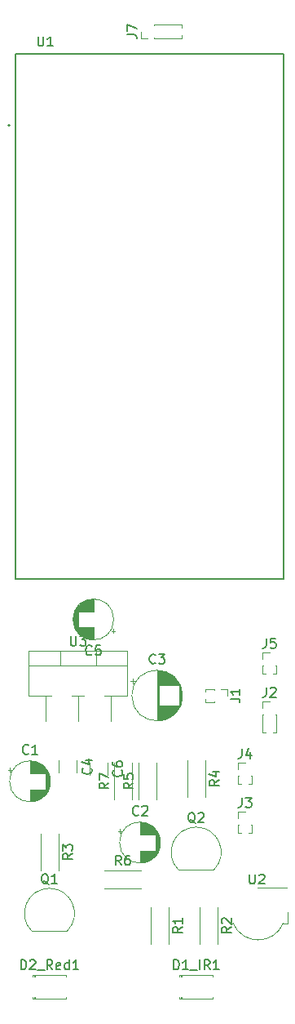
<source format=gbr>
%TF.GenerationSoftware,KiCad,Pcbnew,7.0.7-7.0.7~ubuntu22.04.1*%
%TF.CreationDate,2023-09-04T11:07:22+02:00*%
%TF.ProjectId,schaltung,73636861-6c74-4756-9e67-2e6b69636164,rev?*%
%TF.SameCoordinates,Original*%
%TF.FileFunction,Legend,Top*%
%TF.FilePolarity,Positive*%
%FSLAX46Y46*%
G04 Gerber Fmt 4.6, Leading zero omitted, Abs format (unit mm)*
G04 Created by KiCad (PCBNEW 7.0.7-7.0.7~ubuntu22.04.1) date 2023-09-04 11:07:22*
%MOMM*%
%LPD*%
G01*
G04 APERTURE LIST*
%ADD10C,0.150000*%
%ADD11C,0.120000*%
%ADD12C,0.127000*%
%ADD13C,0.200000*%
G04 APERTURE END LIST*
D10*
X211923333Y-108024819D02*
X211590000Y-107548628D01*
X211351905Y-108024819D02*
X211351905Y-107024819D01*
X211351905Y-107024819D02*
X211732857Y-107024819D01*
X211732857Y-107024819D02*
X211828095Y-107072438D01*
X211828095Y-107072438D02*
X211875714Y-107120057D01*
X211875714Y-107120057D02*
X211923333Y-107215295D01*
X211923333Y-107215295D02*
X211923333Y-107358152D01*
X211923333Y-107358152D02*
X211875714Y-107453390D01*
X211875714Y-107453390D02*
X211828095Y-107501009D01*
X211828095Y-107501009D02*
X211732857Y-107548628D01*
X211732857Y-107548628D02*
X211351905Y-107548628D01*
X212780476Y-107024819D02*
X212590000Y-107024819D01*
X212590000Y-107024819D02*
X212494762Y-107072438D01*
X212494762Y-107072438D02*
X212447143Y-107120057D01*
X212447143Y-107120057D02*
X212351905Y-107262914D01*
X212351905Y-107262914D02*
X212304286Y-107453390D01*
X212304286Y-107453390D02*
X212304286Y-107834342D01*
X212304286Y-107834342D02*
X212351905Y-107929580D01*
X212351905Y-107929580D02*
X212399524Y-107977200D01*
X212399524Y-107977200D02*
X212494762Y-108024819D01*
X212494762Y-108024819D02*
X212685238Y-108024819D01*
X212685238Y-108024819D02*
X212780476Y-107977200D01*
X212780476Y-107977200D02*
X212828095Y-107929580D01*
X212828095Y-107929580D02*
X212875714Y-107834342D01*
X212875714Y-107834342D02*
X212875714Y-107596247D01*
X212875714Y-107596247D02*
X212828095Y-107501009D01*
X212828095Y-107501009D02*
X212780476Y-107453390D01*
X212780476Y-107453390D02*
X212685238Y-107405771D01*
X212685238Y-107405771D02*
X212494762Y-107405771D01*
X212494762Y-107405771D02*
X212399524Y-107453390D01*
X212399524Y-107453390D02*
X212351905Y-107501009D01*
X212351905Y-107501009D02*
X212304286Y-107596247D01*
X210624819Y-99496666D02*
X210148628Y-99829999D01*
X210624819Y-100068094D02*
X209624819Y-100068094D01*
X209624819Y-100068094D02*
X209624819Y-99687142D01*
X209624819Y-99687142D02*
X209672438Y-99591904D01*
X209672438Y-99591904D02*
X209720057Y-99544285D01*
X209720057Y-99544285D02*
X209815295Y-99496666D01*
X209815295Y-99496666D02*
X209958152Y-99496666D01*
X209958152Y-99496666D02*
X210053390Y-99544285D01*
X210053390Y-99544285D02*
X210101009Y-99591904D01*
X210101009Y-99591904D02*
X210148628Y-99687142D01*
X210148628Y-99687142D02*
X210148628Y-100068094D01*
X209624819Y-99163332D02*
X209624819Y-98496666D01*
X209624819Y-98496666D02*
X210624819Y-98925237D01*
X224456666Y-95954819D02*
X224456666Y-96669104D01*
X224456666Y-96669104D02*
X224409047Y-96811961D01*
X224409047Y-96811961D02*
X224313809Y-96907200D01*
X224313809Y-96907200D02*
X224170952Y-96954819D01*
X224170952Y-96954819D02*
X224075714Y-96954819D01*
X225361428Y-96288152D02*
X225361428Y-96954819D01*
X225123333Y-95907200D02*
X224885238Y-96621485D01*
X224885238Y-96621485D02*
X225504285Y-96621485D01*
X201493809Y-118844819D02*
X201493809Y-117844819D01*
X201493809Y-117844819D02*
X201731904Y-117844819D01*
X201731904Y-117844819D02*
X201874761Y-117892438D01*
X201874761Y-117892438D02*
X201969999Y-117987676D01*
X201969999Y-117987676D02*
X202017618Y-118082914D01*
X202017618Y-118082914D02*
X202065237Y-118273390D01*
X202065237Y-118273390D02*
X202065237Y-118416247D01*
X202065237Y-118416247D02*
X202017618Y-118606723D01*
X202017618Y-118606723D02*
X201969999Y-118701961D01*
X201969999Y-118701961D02*
X201874761Y-118797200D01*
X201874761Y-118797200D02*
X201731904Y-118844819D01*
X201731904Y-118844819D02*
X201493809Y-118844819D01*
X202446190Y-117940057D02*
X202493809Y-117892438D01*
X202493809Y-117892438D02*
X202589047Y-117844819D01*
X202589047Y-117844819D02*
X202827142Y-117844819D01*
X202827142Y-117844819D02*
X202922380Y-117892438D01*
X202922380Y-117892438D02*
X202969999Y-117940057D01*
X202969999Y-117940057D02*
X203017618Y-118035295D01*
X203017618Y-118035295D02*
X203017618Y-118130533D01*
X203017618Y-118130533D02*
X202969999Y-118273390D01*
X202969999Y-118273390D02*
X202398571Y-118844819D01*
X202398571Y-118844819D02*
X203017618Y-118844819D01*
X203208095Y-118940057D02*
X203969999Y-118940057D01*
X204779523Y-118844819D02*
X204446190Y-118368628D01*
X204208095Y-118844819D02*
X204208095Y-117844819D01*
X204208095Y-117844819D02*
X204589047Y-117844819D01*
X204589047Y-117844819D02*
X204684285Y-117892438D01*
X204684285Y-117892438D02*
X204731904Y-117940057D01*
X204731904Y-117940057D02*
X204779523Y-118035295D01*
X204779523Y-118035295D02*
X204779523Y-118178152D01*
X204779523Y-118178152D02*
X204731904Y-118273390D01*
X204731904Y-118273390D02*
X204684285Y-118321009D01*
X204684285Y-118321009D02*
X204589047Y-118368628D01*
X204589047Y-118368628D02*
X204208095Y-118368628D01*
X205589047Y-118797200D02*
X205493809Y-118844819D01*
X205493809Y-118844819D02*
X205303333Y-118844819D01*
X205303333Y-118844819D02*
X205208095Y-118797200D01*
X205208095Y-118797200D02*
X205160476Y-118701961D01*
X205160476Y-118701961D02*
X205160476Y-118321009D01*
X205160476Y-118321009D02*
X205208095Y-118225771D01*
X205208095Y-118225771D02*
X205303333Y-118178152D01*
X205303333Y-118178152D02*
X205493809Y-118178152D01*
X205493809Y-118178152D02*
X205589047Y-118225771D01*
X205589047Y-118225771D02*
X205636666Y-118321009D01*
X205636666Y-118321009D02*
X205636666Y-118416247D01*
X205636666Y-118416247D02*
X205160476Y-118511485D01*
X206493809Y-118844819D02*
X206493809Y-117844819D01*
X206493809Y-118797200D02*
X206398571Y-118844819D01*
X206398571Y-118844819D02*
X206208095Y-118844819D01*
X206208095Y-118844819D02*
X206112857Y-118797200D01*
X206112857Y-118797200D02*
X206065238Y-118749580D01*
X206065238Y-118749580D02*
X206017619Y-118654342D01*
X206017619Y-118654342D02*
X206017619Y-118368628D01*
X206017619Y-118368628D02*
X206065238Y-118273390D01*
X206065238Y-118273390D02*
X206112857Y-118225771D01*
X206112857Y-118225771D02*
X206208095Y-118178152D01*
X206208095Y-118178152D02*
X206398571Y-118178152D01*
X206398571Y-118178152D02*
X206493809Y-118225771D01*
X207493809Y-118844819D02*
X206922381Y-118844819D01*
X207208095Y-118844819D02*
X207208095Y-117844819D01*
X207208095Y-117844819D02*
X207112857Y-117987676D01*
X207112857Y-117987676D02*
X207017619Y-118082914D01*
X207017619Y-118082914D02*
X206922381Y-118130533D01*
X202283333Y-96439580D02*
X202235714Y-96487200D01*
X202235714Y-96487200D02*
X202092857Y-96534819D01*
X202092857Y-96534819D02*
X201997619Y-96534819D01*
X201997619Y-96534819D02*
X201854762Y-96487200D01*
X201854762Y-96487200D02*
X201759524Y-96391961D01*
X201759524Y-96391961D02*
X201711905Y-96296723D01*
X201711905Y-96296723D02*
X201664286Y-96106247D01*
X201664286Y-96106247D02*
X201664286Y-95963390D01*
X201664286Y-95963390D02*
X201711905Y-95772914D01*
X201711905Y-95772914D02*
X201759524Y-95677676D01*
X201759524Y-95677676D02*
X201854762Y-95582438D01*
X201854762Y-95582438D02*
X201997619Y-95534819D01*
X201997619Y-95534819D02*
X202092857Y-95534819D01*
X202092857Y-95534819D02*
X202235714Y-95582438D01*
X202235714Y-95582438D02*
X202283333Y-95630057D01*
X203235714Y-96534819D02*
X202664286Y-96534819D01*
X202950000Y-96534819D02*
X202950000Y-95534819D01*
X202950000Y-95534819D02*
X202854762Y-95677676D01*
X202854762Y-95677676D02*
X202759524Y-95772914D01*
X202759524Y-95772914D02*
X202664286Y-95820533D01*
X225258095Y-108964819D02*
X225258095Y-109774342D01*
X225258095Y-109774342D02*
X225305714Y-109869580D01*
X225305714Y-109869580D02*
X225353333Y-109917200D01*
X225353333Y-109917200D02*
X225448571Y-109964819D01*
X225448571Y-109964819D02*
X225639047Y-109964819D01*
X225639047Y-109964819D02*
X225734285Y-109917200D01*
X225734285Y-109917200D02*
X225781904Y-109869580D01*
X225781904Y-109869580D02*
X225829523Y-109774342D01*
X225829523Y-109774342D02*
X225829523Y-108964819D01*
X226258095Y-109060057D02*
X226305714Y-109012438D01*
X226305714Y-109012438D02*
X226400952Y-108964819D01*
X226400952Y-108964819D02*
X226639047Y-108964819D01*
X226639047Y-108964819D02*
X226734285Y-109012438D01*
X226734285Y-109012438D02*
X226781904Y-109060057D01*
X226781904Y-109060057D02*
X226829523Y-109155295D01*
X226829523Y-109155295D02*
X226829523Y-109250533D01*
X226829523Y-109250533D02*
X226781904Y-109393390D01*
X226781904Y-109393390D02*
X226210476Y-109964819D01*
X226210476Y-109964819D02*
X226829523Y-109964819D01*
X226996666Y-89604819D02*
X226996666Y-90319104D01*
X226996666Y-90319104D02*
X226949047Y-90461961D01*
X226949047Y-90461961D02*
X226853809Y-90557200D01*
X226853809Y-90557200D02*
X226710952Y-90604819D01*
X226710952Y-90604819D02*
X226615714Y-90604819D01*
X227425238Y-89700057D02*
X227472857Y-89652438D01*
X227472857Y-89652438D02*
X227568095Y-89604819D01*
X227568095Y-89604819D02*
X227806190Y-89604819D01*
X227806190Y-89604819D02*
X227901428Y-89652438D01*
X227901428Y-89652438D02*
X227949047Y-89700057D01*
X227949047Y-89700057D02*
X227996666Y-89795295D01*
X227996666Y-89795295D02*
X227996666Y-89890533D01*
X227996666Y-89890533D02*
X227949047Y-90033390D01*
X227949047Y-90033390D02*
X227377619Y-90604819D01*
X227377619Y-90604819D02*
X227996666Y-90604819D01*
X217376667Y-118844819D02*
X217376667Y-117844819D01*
X217376667Y-117844819D02*
X217614762Y-117844819D01*
X217614762Y-117844819D02*
X217757619Y-117892438D01*
X217757619Y-117892438D02*
X217852857Y-117987676D01*
X217852857Y-117987676D02*
X217900476Y-118082914D01*
X217900476Y-118082914D02*
X217948095Y-118273390D01*
X217948095Y-118273390D02*
X217948095Y-118416247D01*
X217948095Y-118416247D02*
X217900476Y-118606723D01*
X217900476Y-118606723D02*
X217852857Y-118701961D01*
X217852857Y-118701961D02*
X217757619Y-118797200D01*
X217757619Y-118797200D02*
X217614762Y-118844819D01*
X217614762Y-118844819D02*
X217376667Y-118844819D01*
X218900476Y-118844819D02*
X218329048Y-118844819D01*
X218614762Y-118844819D02*
X218614762Y-117844819D01*
X218614762Y-117844819D02*
X218519524Y-117987676D01*
X218519524Y-117987676D02*
X218424286Y-118082914D01*
X218424286Y-118082914D02*
X218329048Y-118130533D01*
X219090953Y-118940057D02*
X219852857Y-118940057D01*
X220090953Y-118844819D02*
X220090953Y-117844819D01*
X221138571Y-118844819D02*
X220805238Y-118368628D01*
X220567143Y-118844819D02*
X220567143Y-117844819D01*
X220567143Y-117844819D02*
X220948095Y-117844819D01*
X220948095Y-117844819D02*
X221043333Y-117892438D01*
X221043333Y-117892438D02*
X221090952Y-117940057D01*
X221090952Y-117940057D02*
X221138571Y-118035295D01*
X221138571Y-118035295D02*
X221138571Y-118178152D01*
X221138571Y-118178152D02*
X221090952Y-118273390D01*
X221090952Y-118273390D02*
X221043333Y-118321009D01*
X221043333Y-118321009D02*
X220948095Y-118368628D01*
X220948095Y-118368628D02*
X220567143Y-118368628D01*
X222090952Y-118844819D02*
X221519524Y-118844819D01*
X221805238Y-118844819D02*
X221805238Y-117844819D01*
X221805238Y-117844819D02*
X221710000Y-117987676D01*
X221710000Y-117987676D02*
X221614762Y-118082914D01*
X221614762Y-118082914D02*
X221519524Y-118130533D01*
X223264819Y-90773333D02*
X223979104Y-90773333D01*
X223979104Y-90773333D02*
X224121961Y-90820952D01*
X224121961Y-90820952D02*
X224217200Y-90916190D01*
X224217200Y-90916190D02*
X224264819Y-91059047D01*
X224264819Y-91059047D02*
X224264819Y-91154285D01*
X224264819Y-89773333D02*
X224264819Y-90344761D01*
X224264819Y-90059047D02*
X223264819Y-90059047D01*
X223264819Y-90059047D02*
X223407676Y-90154285D01*
X223407676Y-90154285D02*
X223502914Y-90249523D01*
X223502914Y-90249523D02*
X223550533Y-90344761D01*
X215483333Y-87049580D02*
X215435714Y-87097200D01*
X215435714Y-87097200D02*
X215292857Y-87144819D01*
X215292857Y-87144819D02*
X215197619Y-87144819D01*
X215197619Y-87144819D02*
X215054762Y-87097200D01*
X215054762Y-87097200D02*
X214959524Y-87001961D01*
X214959524Y-87001961D02*
X214911905Y-86906723D01*
X214911905Y-86906723D02*
X214864286Y-86716247D01*
X214864286Y-86716247D02*
X214864286Y-86573390D01*
X214864286Y-86573390D02*
X214911905Y-86382914D01*
X214911905Y-86382914D02*
X214959524Y-86287676D01*
X214959524Y-86287676D02*
X215054762Y-86192438D01*
X215054762Y-86192438D02*
X215197619Y-86144819D01*
X215197619Y-86144819D02*
X215292857Y-86144819D01*
X215292857Y-86144819D02*
X215435714Y-86192438D01*
X215435714Y-86192438D02*
X215483333Y-86240057D01*
X215816667Y-86144819D02*
X216435714Y-86144819D01*
X216435714Y-86144819D02*
X216102381Y-86525771D01*
X216102381Y-86525771D02*
X216245238Y-86525771D01*
X216245238Y-86525771D02*
X216340476Y-86573390D01*
X216340476Y-86573390D02*
X216388095Y-86621009D01*
X216388095Y-86621009D02*
X216435714Y-86716247D01*
X216435714Y-86716247D02*
X216435714Y-86954342D01*
X216435714Y-86954342D02*
X216388095Y-87049580D01*
X216388095Y-87049580D02*
X216340476Y-87097200D01*
X216340476Y-87097200D02*
X216245238Y-87144819D01*
X216245238Y-87144819D02*
X215959524Y-87144819D01*
X215959524Y-87144819D02*
X215864286Y-87097200D01*
X215864286Y-87097200D02*
X215816667Y-87049580D01*
X213713333Y-102789580D02*
X213665714Y-102837200D01*
X213665714Y-102837200D02*
X213522857Y-102884819D01*
X213522857Y-102884819D02*
X213427619Y-102884819D01*
X213427619Y-102884819D02*
X213284762Y-102837200D01*
X213284762Y-102837200D02*
X213189524Y-102741961D01*
X213189524Y-102741961D02*
X213141905Y-102646723D01*
X213141905Y-102646723D02*
X213094286Y-102456247D01*
X213094286Y-102456247D02*
X213094286Y-102313390D01*
X213094286Y-102313390D02*
X213141905Y-102122914D01*
X213141905Y-102122914D02*
X213189524Y-102027676D01*
X213189524Y-102027676D02*
X213284762Y-101932438D01*
X213284762Y-101932438D02*
X213427619Y-101884819D01*
X213427619Y-101884819D02*
X213522857Y-101884819D01*
X213522857Y-101884819D02*
X213665714Y-101932438D01*
X213665714Y-101932438D02*
X213713333Y-101980057D01*
X214094286Y-101980057D02*
X214141905Y-101932438D01*
X214141905Y-101932438D02*
X214237143Y-101884819D01*
X214237143Y-101884819D02*
X214475238Y-101884819D01*
X214475238Y-101884819D02*
X214570476Y-101932438D01*
X214570476Y-101932438D02*
X214618095Y-101980057D01*
X214618095Y-101980057D02*
X214665714Y-102075295D01*
X214665714Y-102075295D02*
X214665714Y-102170533D01*
X214665714Y-102170533D02*
X214618095Y-102313390D01*
X214618095Y-102313390D02*
X214046667Y-102884819D01*
X214046667Y-102884819D02*
X214665714Y-102884819D01*
X208863333Y-86159580D02*
X208815714Y-86207200D01*
X208815714Y-86207200D02*
X208672857Y-86254819D01*
X208672857Y-86254819D02*
X208577619Y-86254819D01*
X208577619Y-86254819D02*
X208434762Y-86207200D01*
X208434762Y-86207200D02*
X208339524Y-86111961D01*
X208339524Y-86111961D02*
X208291905Y-86016723D01*
X208291905Y-86016723D02*
X208244286Y-85826247D01*
X208244286Y-85826247D02*
X208244286Y-85683390D01*
X208244286Y-85683390D02*
X208291905Y-85492914D01*
X208291905Y-85492914D02*
X208339524Y-85397676D01*
X208339524Y-85397676D02*
X208434762Y-85302438D01*
X208434762Y-85302438D02*
X208577619Y-85254819D01*
X208577619Y-85254819D02*
X208672857Y-85254819D01*
X208672857Y-85254819D02*
X208815714Y-85302438D01*
X208815714Y-85302438D02*
X208863333Y-85350057D01*
X209768095Y-85254819D02*
X209291905Y-85254819D01*
X209291905Y-85254819D02*
X209244286Y-85731009D01*
X209244286Y-85731009D02*
X209291905Y-85683390D01*
X209291905Y-85683390D02*
X209387143Y-85635771D01*
X209387143Y-85635771D02*
X209625238Y-85635771D01*
X209625238Y-85635771D02*
X209720476Y-85683390D01*
X209720476Y-85683390D02*
X209768095Y-85731009D01*
X209768095Y-85731009D02*
X209815714Y-85826247D01*
X209815714Y-85826247D02*
X209815714Y-86064342D01*
X209815714Y-86064342D02*
X209768095Y-86159580D01*
X209768095Y-86159580D02*
X209720476Y-86207200D01*
X209720476Y-86207200D02*
X209625238Y-86254819D01*
X209625238Y-86254819D02*
X209387143Y-86254819D01*
X209387143Y-86254819D02*
X209291905Y-86207200D01*
X209291905Y-86207200D02*
X209244286Y-86159580D01*
X224456666Y-101034819D02*
X224456666Y-101749104D01*
X224456666Y-101749104D02*
X224409047Y-101891961D01*
X224409047Y-101891961D02*
X224313809Y-101987200D01*
X224313809Y-101987200D02*
X224170952Y-102034819D01*
X224170952Y-102034819D02*
X224075714Y-102034819D01*
X224837619Y-101034819D02*
X225456666Y-101034819D01*
X225456666Y-101034819D02*
X225123333Y-101415771D01*
X225123333Y-101415771D02*
X225266190Y-101415771D01*
X225266190Y-101415771D02*
X225361428Y-101463390D01*
X225361428Y-101463390D02*
X225409047Y-101511009D01*
X225409047Y-101511009D02*
X225456666Y-101606247D01*
X225456666Y-101606247D02*
X225456666Y-101844342D01*
X225456666Y-101844342D02*
X225409047Y-101939580D01*
X225409047Y-101939580D02*
X225361428Y-101987200D01*
X225361428Y-101987200D02*
X225266190Y-102034819D01*
X225266190Y-102034819D02*
X224980476Y-102034819D01*
X224980476Y-102034819D02*
X224885238Y-101987200D01*
X224885238Y-101987200D02*
X224837619Y-101939580D01*
X206844819Y-106846666D02*
X206368628Y-107179999D01*
X206844819Y-107418094D02*
X205844819Y-107418094D01*
X205844819Y-107418094D02*
X205844819Y-107037142D01*
X205844819Y-107037142D02*
X205892438Y-106941904D01*
X205892438Y-106941904D02*
X205940057Y-106894285D01*
X205940057Y-106894285D02*
X206035295Y-106846666D01*
X206035295Y-106846666D02*
X206178152Y-106846666D01*
X206178152Y-106846666D02*
X206273390Y-106894285D01*
X206273390Y-106894285D02*
X206321009Y-106941904D01*
X206321009Y-106941904D02*
X206368628Y-107037142D01*
X206368628Y-107037142D02*
X206368628Y-107418094D01*
X205844819Y-106513332D02*
X205844819Y-105894285D01*
X205844819Y-105894285D02*
X206225771Y-106227618D01*
X206225771Y-106227618D02*
X206225771Y-106084761D01*
X206225771Y-106084761D02*
X206273390Y-105989523D01*
X206273390Y-105989523D02*
X206321009Y-105941904D01*
X206321009Y-105941904D02*
X206416247Y-105894285D01*
X206416247Y-105894285D02*
X206654342Y-105894285D01*
X206654342Y-105894285D02*
X206749580Y-105941904D01*
X206749580Y-105941904D02*
X206797200Y-105989523D01*
X206797200Y-105989523D02*
X206844819Y-106084761D01*
X206844819Y-106084761D02*
X206844819Y-106370475D01*
X206844819Y-106370475D02*
X206797200Y-106465713D01*
X206797200Y-106465713D02*
X206749580Y-106513332D01*
X213164819Y-99496666D02*
X212688628Y-99829999D01*
X213164819Y-100068094D02*
X212164819Y-100068094D01*
X212164819Y-100068094D02*
X212164819Y-99687142D01*
X212164819Y-99687142D02*
X212212438Y-99591904D01*
X212212438Y-99591904D02*
X212260057Y-99544285D01*
X212260057Y-99544285D02*
X212355295Y-99496666D01*
X212355295Y-99496666D02*
X212498152Y-99496666D01*
X212498152Y-99496666D02*
X212593390Y-99544285D01*
X212593390Y-99544285D02*
X212641009Y-99591904D01*
X212641009Y-99591904D02*
X212688628Y-99687142D01*
X212688628Y-99687142D02*
X212688628Y-100068094D01*
X212164819Y-98591904D02*
X212164819Y-99068094D01*
X212164819Y-99068094D02*
X212641009Y-99115713D01*
X212641009Y-99115713D02*
X212593390Y-99068094D01*
X212593390Y-99068094D02*
X212545771Y-98972856D01*
X212545771Y-98972856D02*
X212545771Y-98734761D01*
X212545771Y-98734761D02*
X212593390Y-98639523D01*
X212593390Y-98639523D02*
X212641009Y-98591904D01*
X212641009Y-98591904D02*
X212736247Y-98544285D01*
X212736247Y-98544285D02*
X212974342Y-98544285D01*
X212974342Y-98544285D02*
X213069580Y-98591904D01*
X213069580Y-98591904D02*
X213117200Y-98639523D01*
X213117200Y-98639523D02*
X213164819Y-98734761D01*
X213164819Y-98734761D02*
X213164819Y-98972856D01*
X213164819Y-98972856D02*
X213117200Y-99068094D01*
X213117200Y-99068094D02*
X213069580Y-99115713D01*
X204374761Y-110020057D02*
X204279523Y-109972438D01*
X204279523Y-109972438D02*
X204184285Y-109877200D01*
X204184285Y-109877200D02*
X204041428Y-109734342D01*
X204041428Y-109734342D02*
X203946190Y-109686723D01*
X203946190Y-109686723D02*
X203850952Y-109686723D01*
X203898571Y-109924819D02*
X203803333Y-109877200D01*
X203803333Y-109877200D02*
X203708095Y-109781961D01*
X203708095Y-109781961D02*
X203660476Y-109591485D01*
X203660476Y-109591485D02*
X203660476Y-109258152D01*
X203660476Y-109258152D02*
X203708095Y-109067676D01*
X203708095Y-109067676D02*
X203803333Y-108972438D01*
X203803333Y-108972438D02*
X203898571Y-108924819D01*
X203898571Y-108924819D02*
X204089047Y-108924819D01*
X204089047Y-108924819D02*
X204184285Y-108972438D01*
X204184285Y-108972438D02*
X204279523Y-109067676D01*
X204279523Y-109067676D02*
X204327142Y-109258152D01*
X204327142Y-109258152D02*
X204327142Y-109591485D01*
X204327142Y-109591485D02*
X204279523Y-109781961D01*
X204279523Y-109781961D02*
X204184285Y-109877200D01*
X204184285Y-109877200D02*
X204089047Y-109924819D01*
X204089047Y-109924819D02*
X203898571Y-109924819D01*
X205279523Y-109924819D02*
X204708095Y-109924819D01*
X204993809Y-109924819D02*
X204993809Y-108924819D01*
X204993809Y-108924819D02*
X204898571Y-109067676D01*
X204898571Y-109067676D02*
X204803333Y-109162914D01*
X204803333Y-109162914D02*
X204708095Y-109210533D01*
X218274819Y-114466666D02*
X217798628Y-114799999D01*
X218274819Y-115038094D02*
X217274819Y-115038094D01*
X217274819Y-115038094D02*
X217274819Y-114657142D01*
X217274819Y-114657142D02*
X217322438Y-114561904D01*
X217322438Y-114561904D02*
X217370057Y-114514285D01*
X217370057Y-114514285D02*
X217465295Y-114466666D01*
X217465295Y-114466666D02*
X217608152Y-114466666D01*
X217608152Y-114466666D02*
X217703390Y-114514285D01*
X217703390Y-114514285D02*
X217751009Y-114561904D01*
X217751009Y-114561904D02*
X217798628Y-114657142D01*
X217798628Y-114657142D02*
X217798628Y-115038094D01*
X218274819Y-113514285D02*
X218274819Y-114085713D01*
X218274819Y-113799999D02*
X217274819Y-113799999D01*
X217274819Y-113799999D02*
X217417676Y-113895237D01*
X217417676Y-113895237D02*
X217512914Y-113990475D01*
X217512914Y-113990475D02*
X217560533Y-114085713D01*
X211959580Y-98206666D02*
X212007200Y-98254285D01*
X212007200Y-98254285D02*
X212054819Y-98397142D01*
X212054819Y-98397142D02*
X212054819Y-98492380D01*
X212054819Y-98492380D02*
X212007200Y-98635237D01*
X212007200Y-98635237D02*
X211911961Y-98730475D01*
X211911961Y-98730475D02*
X211816723Y-98778094D01*
X211816723Y-98778094D02*
X211626247Y-98825713D01*
X211626247Y-98825713D02*
X211483390Y-98825713D01*
X211483390Y-98825713D02*
X211292914Y-98778094D01*
X211292914Y-98778094D02*
X211197676Y-98730475D01*
X211197676Y-98730475D02*
X211102438Y-98635237D01*
X211102438Y-98635237D02*
X211054819Y-98492380D01*
X211054819Y-98492380D02*
X211054819Y-98397142D01*
X211054819Y-98397142D02*
X211102438Y-98254285D01*
X211102438Y-98254285D02*
X211150057Y-98206666D01*
X211054819Y-97349523D02*
X211054819Y-97539999D01*
X211054819Y-97539999D02*
X211102438Y-97635237D01*
X211102438Y-97635237D02*
X211150057Y-97682856D01*
X211150057Y-97682856D02*
X211292914Y-97778094D01*
X211292914Y-97778094D02*
X211483390Y-97825713D01*
X211483390Y-97825713D02*
X211864342Y-97825713D01*
X211864342Y-97825713D02*
X211959580Y-97778094D01*
X211959580Y-97778094D02*
X212007200Y-97730475D01*
X212007200Y-97730475D02*
X212054819Y-97635237D01*
X212054819Y-97635237D02*
X212054819Y-97444761D01*
X212054819Y-97444761D02*
X212007200Y-97349523D01*
X212007200Y-97349523D02*
X211959580Y-97301904D01*
X211959580Y-97301904D02*
X211864342Y-97254285D01*
X211864342Y-97254285D02*
X211626247Y-97254285D01*
X211626247Y-97254285D02*
X211531009Y-97301904D01*
X211531009Y-97301904D02*
X211483390Y-97349523D01*
X211483390Y-97349523D02*
X211435771Y-97444761D01*
X211435771Y-97444761D02*
X211435771Y-97635237D01*
X211435771Y-97635237D02*
X211483390Y-97730475D01*
X211483390Y-97730475D02*
X211531009Y-97778094D01*
X211531009Y-97778094D02*
X211626247Y-97825713D01*
X212524819Y-21923333D02*
X213239104Y-21923333D01*
X213239104Y-21923333D02*
X213381961Y-21970952D01*
X213381961Y-21970952D02*
X213477200Y-22066190D01*
X213477200Y-22066190D02*
X213524819Y-22209047D01*
X213524819Y-22209047D02*
X213524819Y-22304285D01*
X212524819Y-21542380D02*
X212524819Y-20875714D01*
X212524819Y-20875714D02*
X213524819Y-21304285D01*
X219614761Y-103670057D02*
X219519523Y-103622438D01*
X219519523Y-103622438D02*
X219424285Y-103527200D01*
X219424285Y-103527200D02*
X219281428Y-103384342D01*
X219281428Y-103384342D02*
X219186190Y-103336723D01*
X219186190Y-103336723D02*
X219090952Y-103336723D01*
X219138571Y-103574819D02*
X219043333Y-103527200D01*
X219043333Y-103527200D02*
X218948095Y-103431961D01*
X218948095Y-103431961D02*
X218900476Y-103241485D01*
X218900476Y-103241485D02*
X218900476Y-102908152D01*
X218900476Y-102908152D02*
X218948095Y-102717676D01*
X218948095Y-102717676D02*
X219043333Y-102622438D01*
X219043333Y-102622438D02*
X219138571Y-102574819D01*
X219138571Y-102574819D02*
X219329047Y-102574819D01*
X219329047Y-102574819D02*
X219424285Y-102622438D01*
X219424285Y-102622438D02*
X219519523Y-102717676D01*
X219519523Y-102717676D02*
X219567142Y-102908152D01*
X219567142Y-102908152D02*
X219567142Y-103241485D01*
X219567142Y-103241485D02*
X219519523Y-103431961D01*
X219519523Y-103431961D02*
X219424285Y-103527200D01*
X219424285Y-103527200D02*
X219329047Y-103574819D01*
X219329047Y-103574819D02*
X219138571Y-103574819D01*
X219948095Y-102670057D02*
X219995714Y-102622438D01*
X219995714Y-102622438D02*
X220090952Y-102574819D01*
X220090952Y-102574819D02*
X220329047Y-102574819D01*
X220329047Y-102574819D02*
X220424285Y-102622438D01*
X220424285Y-102622438D02*
X220471904Y-102670057D01*
X220471904Y-102670057D02*
X220519523Y-102765295D01*
X220519523Y-102765295D02*
X220519523Y-102860533D01*
X220519523Y-102860533D02*
X220471904Y-103003390D01*
X220471904Y-103003390D02*
X219900476Y-103574819D01*
X219900476Y-103574819D02*
X220519523Y-103574819D01*
X208784580Y-97976666D02*
X208832200Y-98024285D01*
X208832200Y-98024285D02*
X208879819Y-98167142D01*
X208879819Y-98167142D02*
X208879819Y-98262380D01*
X208879819Y-98262380D02*
X208832200Y-98405237D01*
X208832200Y-98405237D02*
X208736961Y-98500475D01*
X208736961Y-98500475D02*
X208641723Y-98548094D01*
X208641723Y-98548094D02*
X208451247Y-98595713D01*
X208451247Y-98595713D02*
X208308390Y-98595713D01*
X208308390Y-98595713D02*
X208117914Y-98548094D01*
X208117914Y-98548094D02*
X208022676Y-98500475D01*
X208022676Y-98500475D02*
X207927438Y-98405237D01*
X207927438Y-98405237D02*
X207879819Y-98262380D01*
X207879819Y-98262380D02*
X207879819Y-98167142D01*
X207879819Y-98167142D02*
X207927438Y-98024285D01*
X207927438Y-98024285D02*
X207975057Y-97976666D01*
X208213152Y-97119523D02*
X208879819Y-97119523D01*
X207832200Y-97357618D02*
X208546485Y-97595713D01*
X208546485Y-97595713D02*
X208546485Y-96976666D01*
X226996666Y-84524819D02*
X226996666Y-85239104D01*
X226996666Y-85239104D02*
X226949047Y-85381961D01*
X226949047Y-85381961D02*
X226853809Y-85477200D01*
X226853809Y-85477200D02*
X226710952Y-85524819D01*
X226710952Y-85524819D02*
X226615714Y-85524819D01*
X227949047Y-84524819D02*
X227472857Y-84524819D01*
X227472857Y-84524819D02*
X227425238Y-85001009D01*
X227425238Y-85001009D02*
X227472857Y-84953390D01*
X227472857Y-84953390D02*
X227568095Y-84905771D01*
X227568095Y-84905771D02*
X227806190Y-84905771D01*
X227806190Y-84905771D02*
X227901428Y-84953390D01*
X227901428Y-84953390D02*
X227949047Y-85001009D01*
X227949047Y-85001009D02*
X227996666Y-85096247D01*
X227996666Y-85096247D02*
X227996666Y-85334342D01*
X227996666Y-85334342D02*
X227949047Y-85429580D01*
X227949047Y-85429580D02*
X227901428Y-85477200D01*
X227901428Y-85477200D02*
X227806190Y-85524819D01*
X227806190Y-85524819D02*
X227568095Y-85524819D01*
X227568095Y-85524819D02*
X227472857Y-85477200D01*
X227472857Y-85477200D02*
X227425238Y-85429580D01*
X222084819Y-99226666D02*
X221608628Y-99559999D01*
X222084819Y-99798094D02*
X221084819Y-99798094D01*
X221084819Y-99798094D02*
X221084819Y-99417142D01*
X221084819Y-99417142D02*
X221132438Y-99321904D01*
X221132438Y-99321904D02*
X221180057Y-99274285D01*
X221180057Y-99274285D02*
X221275295Y-99226666D01*
X221275295Y-99226666D02*
X221418152Y-99226666D01*
X221418152Y-99226666D02*
X221513390Y-99274285D01*
X221513390Y-99274285D02*
X221561009Y-99321904D01*
X221561009Y-99321904D02*
X221608628Y-99417142D01*
X221608628Y-99417142D02*
X221608628Y-99798094D01*
X221418152Y-98369523D02*
X222084819Y-98369523D01*
X221037200Y-98607618D02*
X221751485Y-98845713D01*
X221751485Y-98845713D02*
X221751485Y-98226666D01*
X223354819Y-114466666D02*
X222878628Y-114799999D01*
X223354819Y-115038094D02*
X222354819Y-115038094D01*
X222354819Y-115038094D02*
X222354819Y-114657142D01*
X222354819Y-114657142D02*
X222402438Y-114561904D01*
X222402438Y-114561904D02*
X222450057Y-114514285D01*
X222450057Y-114514285D02*
X222545295Y-114466666D01*
X222545295Y-114466666D02*
X222688152Y-114466666D01*
X222688152Y-114466666D02*
X222783390Y-114514285D01*
X222783390Y-114514285D02*
X222831009Y-114561904D01*
X222831009Y-114561904D02*
X222878628Y-114657142D01*
X222878628Y-114657142D02*
X222878628Y-115038094D01*
X222450057Y-114085713D02*
X222402438Y-114038094D01*
X222402438Y-114038094D02*
X222354819Y-113942856D01*
X222354819Y-113942856D02*
X222354819Y-113704761D01*
X222354819Y-113704761D02*
X222402438Y-113609523D01*
X222402438Y-113609523D02*
X222450057Y-113561904D01*
X222450057Y-113561904D02*
X222545295Y-113514285D01*
X222545295Y-113514285D02*
X222640533Y-113514285D01*
X222640533Y-113514285D02*
X222783390Y-113561904D01*
X222783390Y-113561904D02*
X223354819Y-114133332D01*
X223354819Y-114133332D02*
X223354819Y-113514285D01*
X206678095Y-84274819D02*
X206678095Y-85084342D01*
X206678095Y-85084342D02*
X206725714Y-85179580D01*
X206725714Y-85179580D02*
X206773333Y-85227200D01*
X206773333Y-85227200D02*
X206868571Y-85274819D01*
X206868571Y-85274819D02*
X207059047Y-85274819D01*
X207059047Y-85274819D02*
X207154285Y-85227200D01*
X207154285Y-85227200D02*
X207201904Y-85179580D01*
X207201904Y-85179580D02*
X207249523Y-85084342D01*
X207249523Y-85084342D02*
X207249523Y-84274819D01*
X207630476Y-84274819D02*
X208249523Y-84274819D01*
X208249523Y-84274819D02*
X207916190Y-84655771D01*
X207916190Y-84655771D02*
X208059047Y-84655771D01*
X208059047Y-84655771D02*
X208154285Y-84703390D01*
X208154285Y-84703390D02*
X208201904Y-84751009D01*
X208201904Y-84751009D02*
X208249523Y-84846247D01*
X208249523Y-84846247D02*
X208249523Y-85084342D01*
X208249523Y-85084342D02*
X208201904Y-85179580D01*
X208201904Y-85179580D02*
X208154285Y-85227200D01*
X208154285Y-85227200D02*
X208059047Y-85274819D01*
X208059047Y-85274819D02*
X207773333Y-85274819D01*
X207773333Y-85274819D02*
X207678095Y-85227200D01*
X207678095Y-85227200D02*
X207630476Y-85179580D01*
X203273626Y-22098567D02*
X203273626Y-22908403D01*
X203273626Y-22908403D02*
X203321263Y-23003678D01*
X203321263Y-23003678D02*
X203368901Y-23051316D01*
X203368901Y-23051316D02*
X203464175Y-23098953D01*
X203464175Y-23098953D02*
X203654725Y-23098953D01*
X203654725Y-23098953D02*
X203750000Y-23051316D01*
X203750000Y-23051316D02*
X203797637Y-23003678D01*
X203797637Y-23003678D02*
X203845275Y-22908403D01*
X203845275Y-22908403D02*
X203845275Y-22098567D01*
X204845660Y-23098953D02*
X204274011Y-23098953D01*
X204559836Y-23098953D02*
X204559836Y-22098567D01*
X204559836Y-22098567D02*
X204464561Y-22241479D01*
X204464561Y-22241479D02*
X204369286Y-22336754D01*
X204369286Y-22336754D02*
X204274011Y-22384392D01*
D11*
%TO.C,R6*%
X210170000Y-108570000D02*
X214010000Y-108570000D01*
X210170000Y-110410000D02*
X214010000Y-110410000D01*
%TO.C,R7*%
X211170000Y-101250000D02*
X211170000Y-97410000D01*
X213010000Y-101250000D02*
X213010000Y-97410000D01*
%TO.C,J4*%
X224095000Y-97375000D02*
X224790000Y-97375000D01*
X224095000Y-98060000D02*
X224095000Y-97375000D01*
X224095000Y-98745000D02*
X224095000Y-99620000D01*
X224095000Y-98745000D02*
X224181724Y-98745000D01*
X224095000Y-99620000D02*
X224395507Y-99620000D01*
X225184493Y-99620000D02*
X225485000Y-99620000D01*
X225398276Y-98745000D02*
X225485000Y-98745000D01*
X225485000Y-98745000D02*
X225485000Y-99620000D01*
%TO.C,D2_Red1*%
X202760000Y-119390000D02*
X202760000Y-119570000D01*
X202760000Y-119390000D02*
X206180000Y-119390000D01*
X202760000Y-121730000D02*
X202760000Y-121910000D01*
X202760000Y-121910000D02*
X206180000Y-121910000D01*
X202880000Y-119390000D02*
X202880000Y-119570000D01*
X202880000Y-121730000D02*
X202880000Y-121910000D01*
X203000000Y-119390000D02*
X203000000Y-119570000D01*
X203000000Y-121730000D02*
X203000000Y-121910000D01*
X206180000Y-119390000D02*
X206180000Y-119555000D01*
X206180000Y-121745000D02*
X206180000Y-121910000D01*
%TO.C,C1*%
X200180199Y-98135000D02*
X200580199Y-98135000D01*
X200380199Y-97935000D02*
X200380199Y-98335000D01*
X202450000Y-97250000D02*
X202450000Y-98490000D01*
X202450000Y-100170000D02*
X202450000Y-101410000D01*
X202490000Y-97250000D02*
X202490000Y-98490000D01*
X202490000Y-100170000D02*
X202490000Y-101410000D01*
X202530000Y-97251000D02*
X202530000Y-98490000D01*
X202530000Y-100170000D02*
X202530000Y-101409000D01*
X202570000Y-97253000D02*
X202570000Y-98490000D01*
X202570000Y-100170000D02*
X202570000Y-101407000D01*
X202610000Y-97256000D02*
X202610000Y-98490000D01*
X202610000Y-100170000D02*
X202610000Y-101404000D01*
X202650000Y-97259000D02*
X202650000Y-98490000D01*
X202650000Y-100170000D02*
X202650000Y-101401000D01*
X202690000Y-97263000D02*
X202690000Y-98490000D01*
X202690000Y-100170000D02*
X202690000Y-101397000D01*
X202730000Y-97268000D02*
X202730000Y-98490000D01*
X202730000Y-100170000D02*
X202730000Y-101392000D01*
X202770000Y-97274000D02*
X202770000Y-98490000D01*
X202770000Y-100170000D02*
X202770000Y-101386000D01*
X202810000Y-97280000D02*
X202810000Y-98490000D01*
X202810000Y-100170000D02*
X202810000Y-101380000D01*
X202850000Y-97288000D02*
X202850000Y-98490000D01*
X202850000Y-100170000D02*
X202850000Y-101372000D01*
X202890000Y-97296000D02*
X202890000Y-98490000D01*
X202890000Y-100170000D02*
X202890000Y-101364000D01*
X202930000Y-97305000D02*
X202930000Y-98490000D01*
X202930000Y-100170000D02*
X202930000Y-101355000D01*
X202970000Y-97314000D02*
X202970000Y-98490000D01*
X202970000Y-100170000D02*
X202970000Y-101346000D01*
X203010000Y-97325000D02*
X203010000Y-98490000D01*
X203010000Y-100170000D02*
X203010000Y-101335000D01*
X203050000Y-97336000D02*
X203050000Y-98490000D01*
X203050000Y-100170000D02*
X203050000Y-101324000D01*
X203090000Y-97348000D02*
X203090000Y-98490000D01*
X203090000Y-100170000D02*
X203090000Y-101312000D01*
X203130000Y-97362000D02*
X203130000Y-98490000D01*
X203130000Y-100170000D02*
X203130000Y-101298000D01*
X203171000Y-97376000D02*
X203171000Y-98490000D01*
X203171000Y-100170000D02*
X203171000Y-101284000D01*
X203211000Y-97390000D02*
X203211000Y-98490000D01*
X203211000Y-100170000D02*
X203211000Y-101270000D01*
X203251000Y-97406000D02*
X203251000Y-98490000D01*
X203251000Y-100170000D02*
X203251000Y-101254000D01*
X203291000Y-97423000D02*
X203291000Y-98490000D01*
X203291000Y-100170000D02*
X203291000Y-101237000D01*
X203331000Y-97441000D02*
X203331000Y-98490000D01*
X203331000Y-100170000D02*
X203331000Y-101219000D01*
X203371000Y-97460000D02*
X203371000Y-98490000D01*
X203371000Y-100170000D02*
X203371000Y-101200000D01*
X203411000Y-97479000D02*
X203411000Y-98490000D01*
X203411000Y-100170000D02*
X203411000Y-101181000D01*
X203451000Y-97500000D02*
X203451000Y-98490000D01*
X203451000Y-100170000D02*
X203451000Y-101160000D01*
X203491000Y-97522000D02*
X203491000Y-98490000D01*
X203491000Y-100170000D02*
X203491000Y-101138000D01*
X203531000Y-97545000D02*
X203531000Y-98490000D01*
X203531000Y-100170000D02*
X203531000Y-101115000D01*
X203571000Y-97570000D02*
X203571000Y-98490000D01*
X203571000Y-100170000D02*
X203571000Y-101090000D01*
X203611000Y-97595000D02*
X203611000Y-98490000D01*
X203611000Y-100170000D02*
X203611000Y-101065000D01*
X203651000Y-97622000D02*
X203651000Y-98490000D01*
X203651000Y-100170000D02*
X203651000Y-101038000D01*
X203691000Y-97650000D02*
X203691000Y-98490000D01*
X203691000Y-100170000D02*
X203691000Y-101010000D01*
X203731000Y-97680000D02*
X203731000Y-98490000D01*
X203731000Y-100170000D02*
X203731000Y-100980000D01*
X203771000Y-97711000D02*
X203771000Y-98490000D01*
X203771000Y-100170000D02*
X203771000Y-100949000D01*
X203811000Y-97743000D02*
X203811000Y-98490000D01*
X203811000Y-100170000D02*
X203811000Y-100917000D01*
X203851000Y-97778000D02*
X203851000Y-98490000D01*
X203851000Y-100170000D02*
X203851000Y-100882000D01*
X203891000Y-97814000D02*
X203891000Y-98490000D01*
X203891000Y-100170000D02*
X203891000Y-100846000D01*
X203931000Y-97852000D02*
X203931000Y-98490000D01*
X203931000Y-100170000D02*
X203931000Y-100808000D01*
X203971000Y-97892000D02*
X203971000Y-98490000D01*
X203971000Y-100170000D02*
X203971000Y-100768000D01*
X204011000Y-97934000D02*
X204011000Y-98490000D01*
X204011000Y-100170000D02*
X204011000Y-100726000D01*
X204051000Y-97979000D02*
X204051000Y-100681000D01*
X204091000Y-98026000D02*
X204091000Y-100634000D01*
X204131000Y-98076000D02*
X204131000Y-100584000D01*
X204171000Y-98130000D02*
X204171000Y-100530000D01*
X204211000Y-98188000D02*
X204211000Y-100472000D01*
X204251000Y-98250000D02*
X204251000Y-100410000D01*
X204291000Y-98317000D02*
X204291000Y-100343000D01*
X204331000Y-98390000D02*
X204331000Y-100270000D01*
X204371000Y-98471000D02*
X204371000Y-100189000D01*
X204411000Y-98562000D02*
X204411000Y-100098000D01*
X204451000Y-98666000D02*
X204451000Y-99994000D01*
X204491000Y-98793000D02*
X204491000Y-99867000D01*
X204531000Y-98960000D02*
X204531000Y-99700000D01*
X204570000Y-99330000D02*
G75*
G03*
X204570000Y-99330000I-2120000J0D01*
G01*
%TO.C,U2*%
X223560000Y-114060000D02*
X223340000Y-114060000D01*
X229140000Y-110400000D02*
X226060000Y-110400000D01*
X229220000Y-114060000D02*
X228760000Y-114060000D01*
X229220000Y-114060000D02*
X229220000Y-112860000D01*
X223560001Y-114060000D02*
G75*
G03*
X228759999Y-114060000I2599999J1100000D01*
G01*
%TO.C,J2*%
X226635000Y-91025000D02*
X227330000Y-91025000D01*
X226635000Y-91710000D02*
X226635000Y-91025000D01*
X226635000Y-92395000D02*
X226635000Y-94270000D01*
X226635000Y-92395000D02*
X226721724Y-92395000D01*
X226635000Y-94270000D02*
X226935507Y-94270000D01*
X227724493Y-94270000D02*
X228025000Y-94270000D01*
X227938276Y-92395000D02*
X228025000Y-92395000D01*
X228025000Y-92395000D02*
X228025000Y-94270000D01*
%TO.C,D1_IR1*%
X218000000Y-119390000D02*
X218000000Y-119570000D01*
X218000000Y-119390000D02*
X221420000Y-119390000D01*
X218000000Y-121730000D02*
X218000000Y-121910000D01*
X218000000Y-121910000D02*
X221420000Y-121910000D01*
X218120000Y-119390000D02*
X218120000Y-119570000D01*
X218120000Y-121730000D02*
X218120000Y-121910000D01*
X218240000Y-119390000D02*
X218240000Y-119570000D01*
X218240000Y-121730000D02*
X218240000Y-121910000D01*
X221420000Y-119390000D02*
X221420000Y-119555000D01*
X221420000Y-121745000D02*
X221420000Y-121910000D01*
%TO.C,J1*%
X222935000Y-89745000D02*
X222935000Y-90440000D01*
X222250000Y-89745000D02*
X222935000Y-89745000D01*
X221565000Y-89745000D02*
X220690000Y-89745000D01*
X221565000Y-89745000D02*
X221565000Y-89831724D01*
X220690000Y-89745000D02*
X220690000Y-90045507D01*
X220690000Y-90834493D02*
X220690000Y-91135000D01*
X221565000Y-91048276D02*
X221565000Y-91135000D01*
X221565000Y-91135000D02*
X220690000Y-91135000D01*
%TO.C,C3*%
X212845225Y-88965000D02*
X213345225Y-88965000D01*
X213095225Y-88715000D02*
X213095225Y-89215000D01*
X215650000Y-87860000D02*
X215650000Y-93020000D01*
X215690000Y-87860000D02*
X215690000Y-93020000D01*
X215730000Y-87861000D02*
X215730000Y-93019000D01*
X215770000Y-87862000D02*
X215770000Y-93018000D01*
X215810000Y-87864000D02*
X215810000Y-93016000D01*
X215850000Y-87867000D02*
X215850000Y-93013000D01*
X215890000Y-87871000D02*
X215890000Y-89400000D01*
X215890000Y-91480000D02*
X215890000Y-93009000D01*
X215930000Y-87875000D02*
X215930000Y-89400000D01*
X215930000Y-91480000D02*
X215930000Y-93005000D01*
X215970000Y-87879000D02*
X215970000Y-89400000D01*
X215970000Y-91480000D02*
X215970000Y-93001000D01*
X216010000Y-87884000D02*
X216010000Y-89400000D01*
X216010000Y-91480000D02*
X216010000Y-92996000D01*
X216050000Y-87890000D02*
X216050000Y-89400000D01*
X216050000Y-91480000D02*
X216050000Y-92990000D01*
X216090000Y-87897000D02*
X216090000Y-89400000D01*
X216090000Y-91480000D02*
X216090000Y-92983000D01*
X216130000Y-87904000D02*
X216130000Y-89400000D01*
X216130000Y-91480000D02*
X216130000Y-92976000D01*
X216170000Y-87912000D02*
X216170000Y-89400000D01*
X216170000Y-91480000D02*
X216170000Y-92968000D01*
X216210000Y-87920000D02*
X216210000Y-89400000D01*
X216210000Y-91480000D02*
X216210000Y-92960000D01*
X216250000Y-87929000D02*
X216250000Y-89400000D01*
X216250000Y-91480000D02*
X216250000Y-92951000D01*
X216290000Y-87939000D02*
X216290000Y-89400000D01*
X216290000Y-91480000D02*
X216290000Y-92941000D01*
X216330000Y-87949000D02*
X216330000Y-89400000D01*
X216330000Y-91480000D02*
X216330000Y-92931000D01*
X216371000Y-87960000D02*
X216371000Y-89400000D01*
X216371000Y-91480000D02*
X216371000Y-92920000D01*
X216411000Y-87972000D02*
X216411000Y-89400000D01*
X216411000Y-91480000D02*
X216411000Y-92908000D01*
X216451000Y-87985000D02*
X216451000Y-89400000D01*
X216451000Y-91480000D02*
X216451000Y-92895000D01*
X216491000Y-87998000D02*
X216491000Y-89400000D01*
X216491000Y-91480000D02*
X216491000Y-92882000D01*
X216531000Y-88012000D02*
X216531000Y-89400000D01*
X216531000Y-91480000D02*
X216531000Y-92868000D01*
X216571000Y-88026000D02*
X216571000Y-89400000D01*
X216571000Y-91480000D02*
X216571000Y-92854000D01*
X216611000Y-88042000D02*
X216611000Y-89400000D01*
X216611000Y-91480000D02*
X216611000Y-92838000D01*
X216651000Y-88058000D02*
X216651000Y-89400000D01*
X216651000Y-91480000D02*
X216651000Y-92822000D01*
X216691000Y-88075000D02*
X216691000Y-89400000D01*
X216691000Y-91480000D02*
X216691000Y-92805000D01*
X216731000Y-88092000D02*
X216731000Y-89400000D01*
X216731000Y-91480000D02*
X216731000Y-92788000D01*
X216771000Y-88111000D02*
X216771000Y-89400000D01*
X216771000Y-91480000D02*
X216771000Y-92769000D01*
X216811000Y-88130000D02*
X216811000Y-89400000D01*
X216811000Y-91480000D02*
X216811000Y-92750000D01*
X216851000Y-88150000D02*
X216851000Y-89400000D01*
X216851000Y-91480000D02*
X216851000Y-92730000D01*
X216891000Y-88172000D02*
X216891000Y-89400000D01*
X216891000Y-91480000D02*
X216891000Y-92708000D01*
X216931000Y-88193000D02*
X216931000Y-89400000D01*
X216931000Y-91480000D02*
X216931000Y-92687000D01*
X216971000Y-88216000D02*
X216971000Y-89400000D01*
X216971000Y-91480000D02*
X216971000Y-92664000D01*
X217011000Y-88240000D02*
X217011000Y-89400000D01*
X217011000Y-91480000D02*
X217011000Y-92640000D01*
X217051000Y-88265000D02*
X217051000Y-89400000D01*
X217051000Y-91480000D02*
X217051000Y-92615000D01*
X217091000Y-88291000D02*
X217091000Y-89400000D01*
X217091000Y-91480000D02*
X217091000Y-92589000D01*
X217131000Y-88318000D02*
X217131000Y-89400000D01*
X217131000Y-91480000D02*
X217131000Y-92562000D01*
X217171000Y-88345000D02*
X217171000Y-89400000D01*
X217171000Y-91480000D02*
X217171000Y-92535000D01*
X217211000Y-88375000D02*
X217211000Y-89400000D01*
X217211000Y-91480000D02*
X217211000Y-92505000D01*
X217251000Y-88405000D02*
X217251000Y-89400000D01*
X217251000Y-91480000D02*
X217251000Y-92475000D01*
X217291000Y-88436000D02*
X217291000Y-89400000D01*
X217291000Y-91480000D02*
X217291000Y-92444000D01*
X217331000Y-88469000D02*
X217331000Y-89400000D01*
X217331000Y-91480000D02*
X217331000Y-92411000D01*
X217371000Y-88503000D02*
X217371000Y-89400000D01*
X217371000Y-91480000D02*
X217371000Y-92377000D01*
X217411000Y-88539000D02*
X217411000Y-89400000D01*
X217411000Y-91480000D02*
X217411000Y-92341000D01*
X217451000Y-88576000D02*
X217451000Y-89400000D01*
X217451000Y-91480000D02*
X217451000Y-92304000D01*
X217491000Y-88614000D02*
X217491000Y-89400000D01*
X217491000Y-91480000D02*
X217491000Y-92266000D01*
X217531000Y-88655000D02*
X217531000Y-89400000D01*
X217531000Y-91480000D02*
X217531000Y-92225000D01*
X217571000Y-88697000D02*
X217571000Y-89400000D01*
X217571000Y-91480000D02*
X217571000Y-92183000D01*
X217611000Y-88741000D02*
X217611000Y-89400000D01*
X217611000Y-91480000D02*
X217611000Y-92139000D01*
X217651000Y-88787000D02*
X217651000Y-89400000D01*
X217651000Y-91480000D02*
X217651000Y-92093000D01*
X217691000Y-88835000D02*
X217691000Y-89400000D01*
X217691000Y-91480000D02*
X217691000Y-92045000D01*
X217731000Y-88886000D02*
X217731000Y-89400000D01*
X217731000Y-91480000D02*
X217731000Y-91994000D01*
X217771000Y-88940000D02*
X217771000Y-89400000D01*
X217771000Y-91480000D02*
X217771000Y-91940000D01*
X217811000Y-88997000D02*
X217811000Y-89400000D01*
X217811000Y-91480000D02*
X217811000Y-91883000D01*
X217851000Y-89057000D02*
X217851000Y-89400000D01*
X217851000Y-91480000D02*
X217851000Y-91823000D01*
X217891000Y-89121000D02*
X217891000Y-89400000D01*
X217891000Y-91480000D02*
X217891000Y-91759000D01*
X217931000Y-89189000D02*
X217931000Y-89400000D01*
X217931000Y-91480000D02*
X217931000Y-91691000D01*
X217971000Y-89262000D02*
X217971000Y-91618000D01*
X218011000Y-89342000D02*
X218011000Y-91538000D01*
X218051000Y-89429000D02*
X218051000Y-91451000D01*
X218091000Y-89525000D02*
X218091000Y-91355000D01*
X218131000Y-89635000D02*
X218131000Y-91245000D01*
X218171000Y-89763000D02*
X218171000Y-91117000D01*
X218211000Y-89922000D02*
X218211000Y-90958000D01*
X218251000Y-90156000D02*
X218251000Y-90724000D01*
X218270000Y-90440000D02*
G75*
G03*
X218270000Y-90440000I-2620000J0D01*
G01*
%TO.C,C2*%
X211610199Y-104485000D02*
X212010199Y-104485000D01*
X211810199Y-104285000D02*
X211810199Y-104685000D01*
X213880000Y-103600000D02*
X213880000Y-104840000D01*
X213880000Y-106520000D02*
X213880000Y-107760000D01*
X213920000Y-103600000D02*
X213920000Y-104840000D01*
X213920000Y-106520000D02*
X213920000Y-107760000D01*
X213960000Y-103601000D02*
X213960000Y-104840000D01*
X213960000Y-106520000D02*
X213960000Y-107759000D01*
X214000000Y-103603000D02*
X214000000Y-104840000D01*
X214000000Y-106520000D02*
X214000000Y-107757000D01*
X214040000Y-103606000D02*
X214040000Y-104840000D01*
X214040000Y-106520000D02*
X214040000Y-107754000D01*
X214080000Y-103609000D02*
X214080000Y-104840000D01*
X214080000Y-106520000D02*
X214080000Y-107751000D01*
X214120000Y-103613000D02*
X214120000Y-104840000D01*
X214120000Y-106520000D02*
X214120000Y-107747000D01*
X214160000Y-103618000D02*
X214160000Y-104840000D01*
X214160000Y-106520000D02*
X214160000Y-107742000D01*
X214200000Y-103624000D02*
X214200000Y-104840000D01*
X214200000Y-106520000D02*
X214200000Y-107736000D01*
X214240000Y-103630000D02*
X214240000Y-104840000D01*
X214240000Y-106520000D02*
X214240000Y-107730000D01*
X214280000Y-103638000D02*
X214280000Y-104840000D01*
X214280000Y-106520000D02*
X214280000Y-107722000D01*
X214320000Y-103646000D02*
X214320000Y-104840000D01*
X214320000Y-106520000D02*
X214320000Y-107714000D01*
X214360000Y-103655000D02*
X214360000Y-104840000D01*
X214360000Y-106520000D02*
X214360000Y-107705000D01*
X214400000Y-103664000D02*
X214400000Y-104840000D01*
X214400000Y-106520000D02*
X214400000Y-107696000D01*
X214440000Y-103675000D02*
X214440000Y-104840000D01*
X214440000Y-106520000D02*
X214440000Y-107685000D01*
X214480000Y-103686000D02*
X214480000Y-104840000D01*
X214480000Y-106520000D02*
X214480000Y-107674000D01*
X214520000Y-103698000D02*
X214520000Y-104840000D01*
X214520000Y-106520000D02*
X214520000Y-107662000D01*
X214560000Y-103712000D02*
X214560000Y-104840000D01*
X214560000Y-106520000D02*
X214560000Y-107648000D01*
X214601000Y-103726000D02*
X214601000Y-104840000D01*
X214601000Y-106520000D02*
X214601000Y-107634000D01*
X214641000Y-103740000D02*
X214641000Y-104840000D01*
X214641000Y-106520000D02*
X214641000Y-107620000D01*
X214681000Y-103756000D02*
X214681000Y-104840000D01*
X214681000Y-106520000D02*
X214681000Y-107604000D01*
X214721000Y-103773000D02*
X214721000Y-104840000D01*
X214721000Y-106520000D02*
X214721000Y-107587000D01*
X214761000Y-103791000D02*
X214761000Y-104840000D01*
X214761000Y-106520000D02*
X214761000Y-107569000D01*
X214801000Y-103810000D02*
X214801000Y-104840000D01*
X214801000Y-106520000D02*
X214801000Y-107550000D01*
X214841000Y-103829000D02*
X214841000Y-104840000D01*
X214841000Y-106520000D02*
X214841000Y-107531000D01*
X214881000Y-103850000D02*
X214881000Y-104840000D01*
X214881000Y-106520000D02*
X214881000Y-107510000D01*
X214921000Y-103872000D02*
X214921000Y-104840000D01*
X214921000Y-106520000D02*
X214921000Y-107488000D01*
X214961000Y-103895000D02*
X214961000Y-104840000D01*
X214961000Y-106520000D02*
X214961000Y-107465000D01*
X215001000Y-103920000D02*
X215001000Y-104840000D01*
X215001000Y-106520000D02*
X215001000Y-107440000D01*
X215041000Y-103945000D02*
X215041000Y-104840000D01*
X215041000Y-106520000D02*
X215041000Y-107415000D01*
X215081000Y-103972000D02*
X215081000Y-104840000D01*
X215081000Y-106520000D02*
X215081000Y-107388000D01*
X215121000Y-104000000D02*
X215121000Y-104840000D01*
X215121000Y-106520000D02*
X215121000Y-107360000D01*
X215161000Y-104030000D02*
X215161000Y-104840000D01*
X215161000Y-106520000D02*
X215161000Y-107330000D01*
X215201000Y-104061000D02*
X215201000Y-104840000D01*
X215201000Y-106520000D02*
X215201000Y-107299000D01*
X215241000Y-104093000D02*
X215241000Y-104840000D01*
X215241000Y-106520000D02*
X215241000Y-107267000D01*
X215281000Y-104128000D02*
X215281000Y-104840000D01*
X215281000Y-106520000D02*
X215281000Y-107232000D01*
X215321000Y-104164000D02*
X215321000Y-104840000D01*
X215321000Y-106520000D02*
X215321000Y-107196000D01*
X215361000Y-104202000D02*
X215361000Y-104840000D01*
X215361000Y-106520000D02*
X215361000Y-107158000D01*
X215401000Y-104242000D02*
X215401000Y-104840000D01*
X215401000Y-106520000D02*
X215401000Y-107118000D01*
X215441000Y-104284000D02*
X215441000Y-104840000D01*
X215441000Y-106520000D02*
X215441000Y-107076000D01*
X215481000Y-104329000D02*
X215481000Y-107031000D01*
X215521000Y-104376000D02*
X215521000Y-106984000D01*
X215561000Y-104426000D02*
X215561000Y-106934000D01*
X215601000Y-104480000D02*
X215601000Y-106880000D01*
X215641000Y-104538000D02*
X215641000Y-106822000D01*
X215681000Y-104600000D02*
X215681000Y-106760000D01*
X215721000Y-104667000D02*
X215721000Y-106693000D01*
X215761000Y-104740000D02*
X215761000Y-106620000D01*
X215801000Y-104821000D02*
X215801000Y-106539000D01*
X215841000Y-104912000D02*
X215841000Y-106448000D01*
X215881000Y-105016000D02*
X215881000Y-106344000D01*
X215921000Y-105143000D02*
X215921000Y-106217000D01*
X215961000Y-105310000D02*
X215961000Y-106050000D01*
X216000000Y-105680000D02*
G75*
G03*
X216000000Y-105680000I-2120000J0D01*
G01*
%TO.C,C5*%
X211299801Y-83745000D02*
X210899801Y-83745000D01*
X211099801Y-83945000D02*
X211099801Y-83545000D01*
X209030000Y-84630000D02*
X209030000Y-83390000D01*
X209030000Y-81710000D02*
X209030000Y-80470000D01*
X208990000Y-84630000D02*
X208990000Y-83390000D01*
X208990000Y-81710000D02*
X208990000Y-80470000D01*
X208950000Y-84629000D02*
X208950000Y-83390000D01*
X208950000Y-81710000D02*
X208950000Y-80471000D01*
X208910000Y-84627000D02*
X208910000Y-83390000D01*
X208910000Y-81710000D02*
X208910000Y-80473000D01*
X208870000Y-84624000D02*
X208870000Y-83390000D01*
X208870000Y-81710000D02*
X208870000Y-80476000D01*
X208830000Y-84621000D02*
X208830000Y-83390000D01*
X208830000Y-81710000D02*
X208830000Y-80479000D01*
X208790000Y-84617000D02*
X208790000Y-83390000D01*
X208790000Y-81710000D02*
X208790000Y-80483000D01*
X208750000Y-84612000D02*
X208750000Y-83390000D01*
X208750000Y-81710000D02*
X208750000Y-80488000D01*
X208710000Y-84606000D02*
X208710000Y-83390000D01*
X208710000Y-81710000D02*
X208710000Y-80494000D01*
X208670000Y-84600000D02*
X208670000Y-83390000D01*
X208670000Y-81710000D02*
X208670000Y-80500000D01*
X208630000Y-84592000D02*
X208630000Y-83390000D01*
X208630000Y-81710000D02*
X208630000Y-80508000D01*
X208590000Y-84584000D02*
X208590000Y-83390000D01*
X208590000Y-81710000D02*
X208590000Y-80516000D01*
X208550000Y-84575000D02*
X208550000Y-83390000D01*
X208550000Y-81710000D02*
X208550000Y-80525000D01*
X208510000Y-84566000D02*
X208510000Y-83390000D01*
X208510000Y-81710000D02*
X208510000Y-80534000D01*
X208470000Y-84555000D02*
X208470000Y-83390000D01*
X208470000Y-81710000D02*
X208470000Y-80545000D01*
X208430000Y-84544000D02*
X208430000Y-83390000D01*
X208430000Y-81710000D02*
X208430000Y-80556000D01*
X208390000Y-84532000D02*
X208390000Y-83390000D01*
X208390000Y-81710000D02*
X208390000Y-80568000D01*
X208350000Y-84518000D02*
X208350000Y-83390000D01*
X208350000Y-81710000D02*
X208350000Y-80582000D01*
X208309000Y-84504000D02*
X208309000Y-83390000D01*
X208309000Y-81710000D02*
X208309000Y-80596000D01*
X208269000Y-84490000D02*
X208269000Y-83390000D01*
X208269000Y-81710000D02*
X208269000Y-80610000D01*
X208229000Y-84474000D02*
X208229000Y-83390000D01*
X208229000Y-81710000D02*
X208229000Y-80626000D01*
X208189000Y-84457000D02*
X208189000Y-83390000D01*
X208189000Y-81710000D02*
X208189000Y-80643000D01*
X208149000Y-84439000D02*
X208149000Y-83390000D01*
X208149000Y-81710000D02*
X208149000Y-80661000D01*
X208109000Y-84420000D02*
X208109000Y-83390000D01*
X208109000Y-81710000D02*
X208109000Y-80680000D01*
X208069000Y-84401000D02*
X208069000Y-83390000D01*
X208069000Y-81710000D02*
X208069000Y-80699000D01*
X208029000Y-84380000D02*
X208029000Y-83390000D01*
X208029000Y-81710000D02*
X208029000Y-80720000D01*
X207989000Y-84358000D02*
X207989000Y-83390000D01*
X207989000Y-81710000D02*
X207989000Y-80742000D01*
X207949000Y-84335000D02*
X207949000Y-83390000D01*
X207949000Y-81710000D02*
X207949000Y-80765000D01*
X207909000Y-84310000D02*
X207909000Y-83390000D01*
X207909000Y-81710000D02*
X207909000Y-80790000D01*
X207869000Y-84285000D02*
X207869000Y-83390000D01*
X207869000Y-81710000D02*
X207869000Y-80815000D01*
X207829000Y-84258000D02*
X207829000Y-83390000D01*
X207829000Y-81710000D02*
X207829000Y-80842000D01*
X207789000Y-84230000D02*
X207789000Y-83390000D01*
X207789000Y-81710000D02*
X207789000Y-80870000D01*
X207749000Y-84200000D02*
X207749000Y-83390000D01*
X207749000Y-81710000D02*
X207749000Y-80900000D01*
X207709000Y-84169000D02*
X207709000Y-83390000D01*
X207709000Y-81710000D02*
X207709000Y-80931000D01*
X207669000Y-84137000D02*
X207669000Y-83390000D01*
X207669000Y-81710000D02*
X207669000Y-80963000D01*
X207629000Y-84102000D02*
X207629000Y-83390000D01*
X207629000Y-81710000D02*
X207629000Y-80998000D01*
X207589000Y-84066000D02*
X207589000Y-83390000D01*
X207589000Y-81710000D02*
X207589000Y-81034000D01*
X207549000Y-84028000D02*
X207549000Y-83390000D01*
X207549000Y-81710000D02*
X207549000Y-81072000D01*
X207509000Y-83988000D02*
X207509000Y-83390000D01*
X207509000Y-81710000D02*
X207509000Y-81112000D01*
X207469000Y-83946000D02*
X207469000Y-83390000D01*
X207469000Y-81710000D02*
X207469000Y-81154000D01*
X207429000Y-83901000D02*
X207429000Y-81199000D01*
X207389000Y-83854000D02*
X207389000Y-81246000D01*
X207349000Y-83804000D02*
X207349000Y-81296000D01*
X207309000Y-83750000D02*
X207309000Y-81350000D01*
X207269000Y-83692000D02*
X207269000Y-81408000D01*
X207229000Y-83630000D02*
X207229000Y-81470000D01*
X207189000Y-83563000D02*
X207189000Y-81537000D01*
X207149000Y-83490000D02*
X207149000Y-81610000D01*
X207109000Y-83409000D02*
X207109000Y-81691000D01*
X207069000Y-83318000D02*
X207069000Y-81782000D01*
X207029000Y-83214000D02*
X207029000Y-81886000D01*
X206989000Y-83087000D02*
X206989000Y-82013000D01*
X206949000Y-82920000D02*
X206949000Y-82180000D01*
X211150000Y-82550000D02*
G75*
G03*
X211150000Y-82550000I-2120000J0D01*
G01*
%TO.C,J3*%
X224095000Y-102455000D02*
X224790000Y-102455000D01*
X224095000Y-103140000D02*
X224095000Y-102455000D01*
X224095000Y-103825000D02*
X224095000Y-104700000D01*
X224095000Y-103825000D02*
X224181724Y-103825000D01*
X224095000Y-104700000D02*
X224395507Y-104700000D01*
X225184493Y-104700000D02*
X225485000Y-104700000D01*
X225398276Y-103825000D02*
X225485000Y-103825000D01*
X225485000Y-103825000D02*
X225485000Y-104700000D01*
%TO.C,R3*%
X205390000Y-104760000D02*
X205390000Y-108600000D01*
X203550000Y-104760000D02*
X203550000Y-108600000D01*
%TO.C,R5*%
X213710000Y-101250000D02*
X213710000Y-97410000D01*
X215550000Y-101250000D02*
X215550000Y-97410000D01*
%TO.C,Q1*%
X202670000Y-114880000D02*
X206270000Y-114880000D01*
X204470000Y-110430000D02*
G75*
G03*
X202631522Y-114868478I0J-2600000D01*
G01*
X206308478Y-114868478D02*
G75*
G03*
X204470000Y-110430000I-1838478J1838478D01*
G01*
%TO.C,R1*%
X216820000Y-112380000D02*
X216820000Y-116220000D01*
X214980000Y-112380000D02*
X214980000Y-116220000D01*
%TO.C,C6*%
X210470000Y-97411000D02*
X210470000Y-98669000D01*
X208630000Y-97411000D02*
X208630000Y-98669000D01*
%TO.C,J7*%
X213945000Y-22285000D02*
X213945000Y-21590000D01*
X214630000Y-22285000D02*
X213945000Y-22285000D01*
X215315000Y-22285000D02*
X218190000Y-22285000D01*
X215315000Y-22285000D02*
X215315000Y-22198276D01*
X218190000Y-22285000D02*
X218190000Y-21984493D01*
X218190000Y-21195507D02*
X218190000Y-20895000D01*
X215315000Y-20981724D02*
X215315000Y-20895000D01*
X215315000Y-20895000D02*
X218190000Y-20895000D01*
%TO.C,Q2*%
X217910000Y-108530000D02*
X221510000Y-108530000D01*
X219710000Y-104080000D02*
G75*
G03*
X217871522Y-108518478I0J-2600000D01*
G01*
X221548478Y-108518478D02*
G75*
G03*
X219710000Y-104080000I-1838478J1838478D01*
G01*
%TO.C,C4*%
X207295000Y-97181000D02*
X207295000Y-98439000D01*
X205455000Y-97181000D02*
X205455000Y-98439000D01*
%TO.C,J5*%
X226635000Y-85945000D02*
X227330000Y-85945000D01*
X226635000Y-86630000D02*
X226635000Y-85945000D01*
X226635000Y-87315000D02*
X226635000Y-88190000D01*
X226635000Y-87315000D02*
X226721724Y-87315000D01*
X226635000Y-88190000D02*
X226935507Y-88190000D01*
X227724493Y-88190000D02*
X228025000Y-88190000D01*
X227938276Y-87315000D02*
X228025000Y-87315000D01*
X228025000Y-87315000D02*
X228025000Y-88190000D01*
%TO.C,R4*%
X220630000Y-97140000D02*
X220630000Y-100980000D01*
X218790000Y-97140000D02*
X218790000Y-100980000D01*
%TO.C,R2*%
X221900000Y-112380000D02*
X221900000Y-116220000D01*
X220060000Y-112380000D02*
X220060000Y-116220000D01*
%TO.C,U3*%
X202319000Y-85820000D02*
X202319000Y-90461000D01*
X202319000Y-85820000D02*
X212560000Y-85820000D01*
X202319000Y-87329000D02*
X212560000Y-87329000D01*
X202319000Y-90461000D02*
X204675000Y-90461000D01*
X204040000Y-90461000D02*
X204040000Y-93091000D01*
X205590000Y-85820000D02*
X205590000Y-87329000D01*
X206805000Y-90461000D02*
X208075000Y-90461000D01*
X207440000Y-90461000D02*
X207440000Y-93075000D01*
X209290000Y-85820000D02*
X209290000Y-87329000D01*
X210205000Y-90461000D02*
X212560000Y-90461000D01*
X210840000Y-90461000D02*
X210840000Y-93075000D01*
X212560000Y-85820000D02*
X212560000Y-90461000D01*
D12*
%TO.C,U1*%
X200915000Y-23940000D02*
X228815000Y-23940000D01*
X200915000Y-78340000D02*
X200915000Y-23940000D01*
X228815000Y-23940000D02*
X228815000Y-78340000D01*
X228815000Y-78340000D02*
X200915000Y-78340000D01*
D13*
X200365000Y-31330000D02*
G75*
G03*
X200365000Y-31330000I-100000J0D01*
G01*
%TD*%
M02*

</source>
